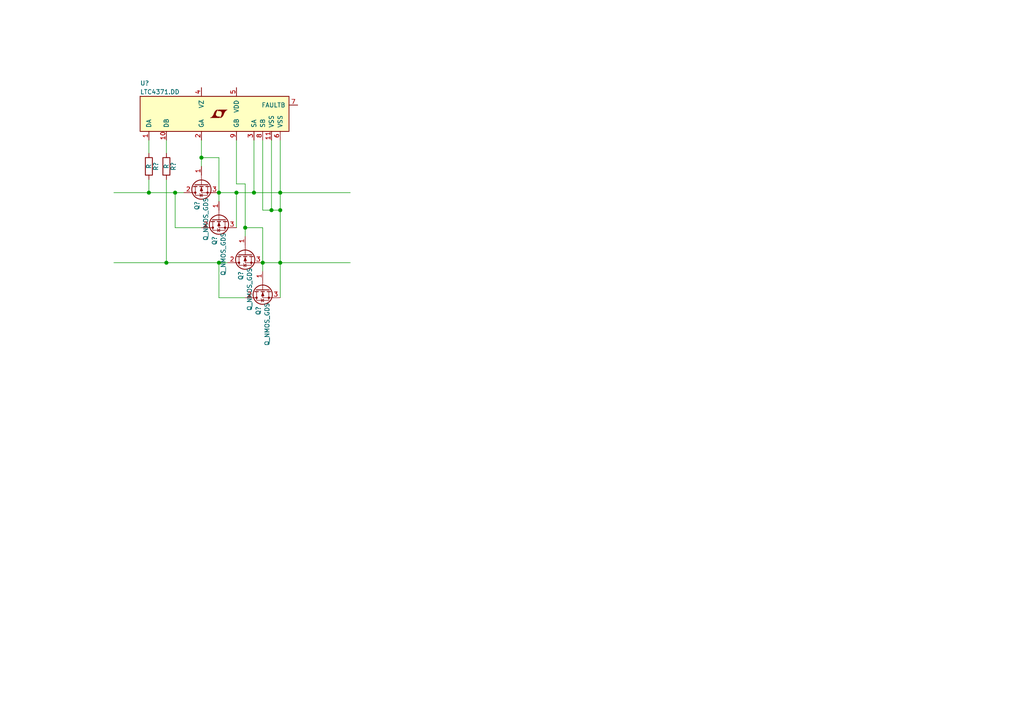
<source format=kicad_sch>
(kicad_sch (version 20201015) (generator eeschema)
  (paper "A4")
  (lib_symbols
    (symbol "ADI_Protection:LTC4371.DD" (pin_names (offset 1.016))
      (property "Reference" "U" (at -22.86 8.89 0))
      (property "Value" "LTC4371.DD" (at -22.86 6.35 0))
      (property "Datasheet" "http://www.linear.com/product/LTC4371" (at 15.24 -20.32 0))
      (symbol "LTC4371.DD_0_0"
        (polyline (pts (xy 0.2032 -0.9906) (xy 0.2286 -0.9652) (xy 0.2794 -0.8636) (xy 0.2794 -0.8382) (xy 0.1524 -0.8382) (xy 0.0508 -0.8128) (xy -0.4064 -0.8128) (xy -0.4318 -0.7874) (xy -0.6858 -0.6604) (xy -0.7874 -0.5588) (xy -0.8636 -0.4318) (xy -0.9144 -0.3302) (xy -0.9144 -0.0254) (xy -0.8636 0.127) (xy -0.8382 0.2286) (xy -0.8128 0.3048) (xy -0.762 0.4318) (xy -0.7112 0.5842) (xy -0.635 0.7112) (xy -0.5842 0.8382) (xy -0.508 0.9398) (xy -0.4572 1.0414) (xy -0.3302 1.1684) (xy -0.508 1.1684) (xy -0.635 1.1176) (xy -0.7366 1.0668) (xy -0.8128 1.016) (xy -0.9398 0.9144) (xy -1.1176 0.7366) (xy -1.3716 0.2794) (xy -1.4732 0) (xy -1.4732 -0.0508) (xy -1.524 -0.1524) (xy -1.5748 -0.2794) (xy -1.6256 -0.381) (xy -1.7526 -0.5588) (xy -1.905 -0.762) (xy -2.0574 -0.9144) (xy -2.2098 -1.0414) (xy -2.3876 -1.1176) (xy -2.54 -1.1684) (xy 0.127 -1.1684) (xy 0.2032 -0.9906)) (stroke (width 0.0254)) (fill (type outline)))
        (polyline (pts (xy 0.4064 -1.143) (xy 0.4826 -1.143) (xy 0.6604 -1.0668) (xy 0.8128 -0.9652) (xy 1.0922 -0.6858) (xy 1.2192 -0.4826) (xy 1.3208 -0.2794) (xy 1.397 -0.0254) (xy 1.4224 -0.0254) (xy 1.4986 0.2286) (xy 1.7526 0.635) (xy 1.905 0.8128) (xy 2.0574 0.9652) (xy 2.2098 1.0668) (xy 2.3876 1.143) (xy 2.413 1.143) (xy 2.413 1.1684) (xy -0.1524 1.1684) (xy -0.2286 1.016) (xy -0.254 0.9906) (xy -0.3048 0.889) (xy -0.3302 0.8636) (xy -0.2794 0.8636) (xy -0.2286 0.8382) (xy 0.3048 0.8382) (xy 0.3556 0.8128) (xy 0.4064 0.8128) (xy 0.4826 0.7874) (xy 0.6096 0.7112) (xy 0.7366 0.6096) (xy 0.8128 0.4826) (xy 0.8382 0.4318) (xy 0.8636 0.4064) (xy 0.8636 0) (xy 0.8382 -0.0508) (xy 0.8382 -0.127) (xy 0.7874 -0.2286) (xy 0.762 -0.3556) (xy 0.6858 -0.508) (xy 0.635 -0.6604) (xy 0.4826 -0.9144) (xy 0.4318 -1.016) (xy 0.2794 -1.1684) (xy 0.4064 -1.143)) (stroke (width 0.0254)) (fill (type outline)))
      )
      (symbol "LTC4371.DD_0_1"
        (rectangle (start -22.86 5.08) (end 20.32 -5.08) (stroke (width 0.254)) (fill (type background)))
      )
      (symbol "LTC4371.DD_1_1"
        (pin input line (at -20.32 -7.62 90) (length 2.54) (name "DA") (number "1"))
        (pin output line (at -5.08 -7.62 90) (length 2.54) (name "GA") (number "2"))
        (pin input line (at 10.16 -7.62 90) (length 2.54) (name "SA") (number "3"))
        (pin passive line (at -5.08 7.62 270) (length 2.54) (name "VZ") (number "4"))
        (pin power_in line (at 5.08 7.62 270) (length 2.54) (name "VDD") (number "5"))
        (pin power_in line (at 17.78 -7.62 90) (length 2.54) (name "VSS") (number "6"))
        (pin open_collector line (at 22.86 2.54 180) (length 2.54) (name "FAULTB") (number "7"))
        (pin input line (at 12.7 -7.62 90) (length 2.54) (name "SB") (number "8"))
        (pin output line (at 5.08 -7.62 90) (length 2.54) (name "GB") (number "9"))
        (pin input line (at -15.24 -7.62 90) (length 2.54) (name "DB") (number "10"))
        (pin power_in line (at 15.24 -7.62 90) (length 2.54) (name "VSS") (number "11"))
      )
    )
    (symbol "Device:Q_NMOS_GDS" (pin_names (offset 0) hide)
      (property "Reference" "Q" (at 5.08 1.27 0))
      (property "Value" "Q_NMOS_GDS" (at 5.08 -1.27 0))
      (symbol "Q_NMOS_GDS_0_1"
        (circle (center 1.651 0) (radius 2.794) (stroke (width 0.254)))
        (circle (center 2.54 -1.778) (radius 0.254) (fill (type outline)))
        (circle (center 2.54 1.778) (radius 0.254) (fill (type outline)))
        (polyline (pts (xy 0.254 0) (xy -2.54 0)))
        (polyline (pts (xy 0.254 1.905) (xy 0.254 -1.905)) (stroke (width 0.254)))
        (polyline (pts (xy 0.762 -1.27) (xy 0.762 -2.286)) (stroke (width 0.254)))
        (polyline (pts (xy 0.762 0.508) (xy 0.762 -0.508)) (stroke (width 0.254)))
        (polyline (pts (xy 0.762 2.286) (xy 0.762 1.27)) (stroke (width 0.254)))
        (polyline (pts (xy 2.54 2.54) (xy 2.54 1.778)))
        (polyline (pts (xy 2.54 -2.54) (xy 2.54 0) (xy 0.762 0)))
        (polyline (pts (xy 0.762 -1.778) (xy 3.302 -1.778) (xy 3.302 1.778) (xy 0.762 1.778)))
        (polyline (pts (xy 1.016 0) (xy 2.032 0.381) (xy 2.032 -0.381) (xy 1.016 0)) (fill (type outline)))
        (polyline (pts (xy 2.794 0.508) (xy 2.921 0.381) (xy 3.683 0.381) (xy 3.81 0.254)))
        (polyline (pts (xy 3.302 0.381) (xy 2.921 -0.254) (xy 3.683 -0.254) (xy 3.302 0.381)))
      )
      (symbol "Q_NMOS_GDS_1_1"
        (pin input line (at -5.08 0 0) (length 2.54) (name "G") (number "1"))
        (pin passive line (at 2.54 5.08 270) (length 2.54) (name "D") (number "2"))
        (pin passive line (at 2.54 -5.08 90) (length 2.54) (name "S") (number "3"))
      )
    )
    (symbol "Device:R" (pin_numbers hide) (pin_names (offset 0))
      (property "Reference" "R" (at 2.032 0 90))
      (property "Value" "R" (at 0 0 90))
      (symbol "R_0_1"
        (rectangle (start -1.016 -2.54) (end 1.016 2.54) (stroke (width 0.254)))
      )
      (symbol "R_1_1"
        (pin passive line (at 0 3.81 270) (length 1.27) (name "~") (number "1"))
        (pin passive line (at 0 -3.81 90) (length 1.27) (name "~") (number "2"))
      )
    )
  )
  (junction (at 43.18 55.88) (diameter 1.016))
  (junction (at 48.26 76.2) (diameter 1.016))
  (junction (at 50.8 55.88) (diameter 1.016))
  (junction (at 58.42 45.72) (diameter 1.016))
  (junction (at 63.5 55.88) (diameter 1.016))
  (junction (at 63.5 76.2) (diameter 1.016))
  (junction (at 68.58 55.88) (diameter 1.016))
  (junction (at 71.12 66.04) (diameter 1.016))
  (junction (at 73.66 55.88) (diameter 1.016))
  (junction (at 76.2 76.2) (diameter 1.016))
  (junction (at 78.74 60.96) (diameter 1.016))
  (junction (at 81.28 55.88) (diameter 1.016))
  (junction (at 81.28 60.96) (diameter 1.016))
  (junction (at 81.28 76.2) (diameter 1.016))
  (wire (pts (xy 33.02 55.88) (xy 43.18 55.88)))
  (wire (pts (xy 33.02 76.2) (xy 48.26 76.2)))
  (wire (pts (xy 43.18 44.45) (xy 43.18 40.64)))
  (wire (pts (xy 43.18 52.07) (xy 43.18 55.88)))
  (wire (pts (xy 43.18 55.88) (xy 50.8 55.88)))
  (wire (pts (xy 48.26 44.45) (xy 48.26 40.64)))
  (wire (pts (xy 48.26 52.07) (xy 48.26 76.2)))
  (wire (pts (xy 48.26 76.2) (xy 63.5 76.2)))
  (wire (pts (xy 50.8 55.88) (xy 53.34 55.88)))
  (wire (pts (xy 50.8 66.04) (xy 50.8 55.88)))
  (wire (pts (xy 58.42 40.64) (xy 58.42 45.72)))
  (wire (pts (xy 58.42 45.72) (xy 58.42 48.26)))
  (wire (pts (xy 58.42 66.04) (xy 50.8 66.04)))
  (wire (pts (xy 63.5 45.72) (xy 58.42 45.72)))
  (wire (pts (xy 63.5 45.72) (xy 63.5 55.88)))
  (wire (pts (xy 63.5 55.88) (xy 63.5 58.42)))
  (wire (pts (xy 63.5 55.88) (xy 68.58 55.88)))
  (wire (pts (xy 63.5 76.2) (xy 66.04 76.2)))
  (wire (pts (xy 63.5 86.36) (xy 63.5 76.2)))
  (wire (pts (xy 68.58 40.64) (xy 68.58 53.34)))
  (wire (pts (xy 68.58 53.34) (xy 71.12 53.34)))
  (wire (pts (xy 68.58 55.88) (xy 73.66 55.88)))
  (wire (pts (xy 68.58 66.04) (xy 68.58 55.88)))
  (wire (pts (xy 71.12 53.34) (xy 71.12 66.04)))
  (wire (pts (xy 71.12 66.04) (xy 71.12 68.58)))
  (wire (pts (xy 71.12 86.36) (xy 63.5 86.36)))
  (wire (pts (xy 73.66 40.64) (xy 73.66 55.88)))
  (wire (pts (xy 73.66 55.88) (xy 81.28 55.88)))
  (wire (pts (xy 76.2 40.64) (xy 76.2 60.96)))
  (wire (pts (xy 76.2 60.96) (xy 78.74 60.96)))
  (wire (pts (xy 76.2 66.04) (xy 71.12 66.04)))
  (wire (pts (xy 76.2 76.2) (xy 76.2 66.04)))
  (wire (pts (xy 76.2 76.2) (xy 81.28 76.2)))
  (wire (pts (xy 76.2 78.74) (xy 76.2 76.2)))
  (wire (pts (xy 78.74 40.64) (xy 78.74 60.96)))
  (wire (pts (xy 78.74 60.96) (xy 81.28 60.96)))
  (wire (pts (xy 81.28 40.64) (xy 81.28 55.88)))
  (wire (pts (xy 81.28 55.88) (xy 81.28 60.96)))
  (wire (pts (xy 81.28 55.88) (xy 101.6 55.88)))
  (wire (pts (xy 81.28 60.96) (xy 81.28 76.2)))
  (wire (pts (xy 81.28 76.2) (xy 81.28 86.36)))
  (wire (pts (xy 81.28 76.2) (xy 101.6 76.2)))
  (symbol (lib_id "Device:R") (at 43.18 48.26 0) (unit 1)
    (property "Reference" "R?" (at 45.212 48.26 90))
    (property "Value" "R" (at 43.18 48.26 90))
  )
  (symbol (lib_id "Device:R") (at 48.26 48.26 0) (unit 1)
    (property "Reference" "R?" (at 50.292 48.26 90))
    (property "Value" "R" (at 48.26 48.26 90))
  )
  (symbol (lib_id "Device:Q_NMOS_GDS") (at 58.42 53.34 90) (mirror x) (unit 1)
    (property "Reference" "Q?" (at 57.15 60.96 0) (effects (justify right)))
    (property "Value" "Q_NMOS_GDS" (at 59.69 69.85 0) (effects (justify right)))
  )
  (symbol (lib_id "Device:Q_NMOS_GDS") (at 63.5 63.5 90) (mirror x) (unit 1)
    (property "Reference" "Q?" (at 62.23 71.12 0) (effects (justify right)))
    (property "Value" "Q_NMOS_GDS" (at 64.77 80.01 0) (effects (justify right)))
  )
  (symbol (lib_id "Device:Q_NMOS_GDS") (at 71.12 73.66 90) (mirror x) (unit 1)
    (property "Reference" "Q?" (at 69.85 81.28 0) (effects (justify right)))
    (property "Value" "Q_NMOS_GDS" (at 72.39 90.17 0) (effects (justify right)))
  )
  (symbol (lib_id "Device:Q_NMOS_GDS") (at 76.2 83.82 90) (mirror x) (unit 1)
    (property "Reference" "Q?" (at 74.93 91.44 0) (effects (justify right)))
    (property "Value" "Q_NMOS_GDS" (at 77.47 100.33 0) (effects (justify right)))
  )
  (symbol (lib_id "ADI_Protection:LTC4371.DD") (at 63.5 33.02 0) (unit 1)
    (property "Reference" "U?" (at 40.64 24.13 0) (effects (justify left)))
    (property "Value" "LTC4371.DD" (at 40.64 26.67 0) (effects (justify left)))
    (property "Footprint" "Housings_DFN_QFN:DFN-10-1EP_3x3mm_Pitch0.5mm" (effects hide))
  )
)
</source>
